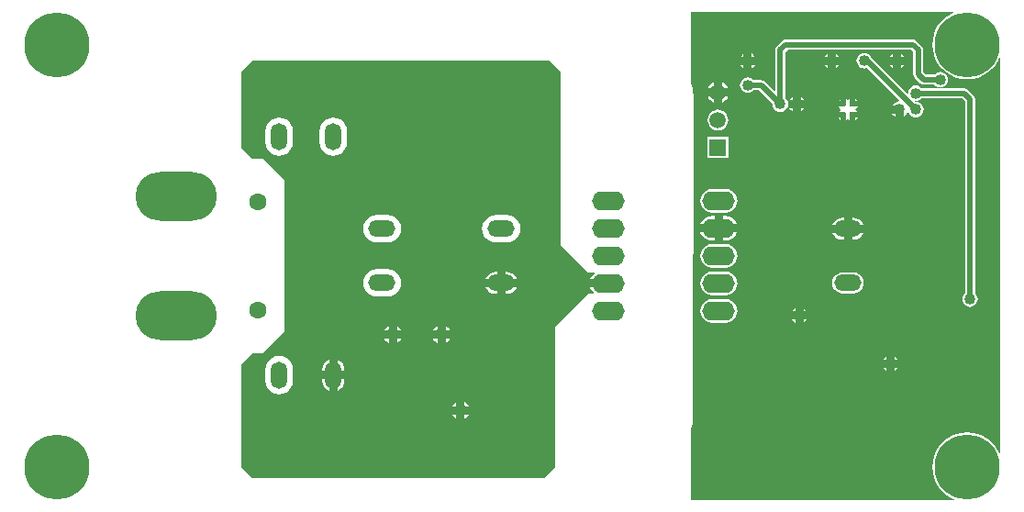
<source format=gbl>
%FSLAX25Y25*%
%MOIN*%
G70*
G01*
G75*
G04 Layer_Physical_Order=2*
G04 Layer_Color=16711680*
%ADD10R,0.02165X0.03150*%
%ADD11R,0.07087X0.04921*%
%ADD12O,0.05315X0.01181*%
%ADD13R,0.06181X0.07402*%
%ADD14R,0.04921X0.07087*%
%ADD15R,0.06496X0.04724*%
%ADD16R,0.02756X0.03150*%
%ADD17R,0.07874X0.07874*%
%ADD18R,0.07874X0.07874*%
%ADD19R,0.06378X0.08583*%
%ADD20O,0.06890X0.03347*%
%ADD21O,0.05709X0.02362*%
%ADD22R,0.09252X0.06299*%
%ADD23C,0.02000*%
%ADD24C,0.01000*%
%ADD25C,0.03000*%
%ADD26C,0.04000*%
%ADD27C,0.05000*%
%ADD28C,0.05906*%
%ADD29R,0.05906X0.05906*%
%ADD30C,0.23622*%
%ADD31O,0.09843X0.05906*%
%ADD32O,0.05906X0.09843*%
%ADD33C,0.06299*%
%ADD34O,0.11811X0.06890*%
%ADD35O,0.29528X0.17716*%
%ADD36C,0.04000*%
%ADD37C,0.02362*%
%ADD38C,0.04724*%
G36*
X337567Y177165D02*
X337606Y176969D01*
X336777Y176626D01*
X335084Y175588D01*
X333575Y174299D01*
X332286Y172790D01*
X331248Y171097D01*
X330489Y169263D01*
X330025Y167333D01*
X329870Y165354D01*
X330025Y163375D01*
X330489Y161445D01*
X331248Y159611D01*
X332286Y157919D01*
X333575Y156409D01*
X335084Y155120D01*
X336777Y154083D01*
X338611Y153323D01*
X340541Y152860D01*
X342520Y152704D01*
X344499Y152860D01*
X346429Y153323D01*
X348263Y154083D01*
X349955Y155120D01*
X351465Y156409D01*
X352754Y157919D01*
X353791Y159611D01*
X354170Y160526D01*
X354366Y160487D01*
X354332Y16761D01*
X354136Y16722D01*
X353791Y17554D01*
X352754Y19247D01*
X351465Y20756D01*
X349955Y22045D01*
X348263Y23082D01*
X346429Y23842D01*
X344499Y24305D01*
X342520Y24461D01*
X340541Y24305D01*
X338611Y23842D01*
X336777Y23082D01*
X335084Y22045D01*
X333575Y20756D01*
X332286Y19247D01*
X331248Y17554D01*
X330489Y15720D01*
X330025Y13790D01*
X329870Y11811D01*
X330025Y9832D01*
X330489Y7902D01*
X331248Y6068D01*
X332286Y4375D01*
X333575Y2866D01*
X335084Y1577D01*
X336777Y540D01*
X337690Y161D01*
X337651Y-35D01*
X242126Y0D01*
Y26071D01*
X242352Y26494D01*
X242375Y26571D01*
X242413Y26641D01*
X242807Y27940D01*
X242815Y28020D01*
X242838Y28097D01*
X242971Y29448D01*
X242967Y29488D01*
X242975Y29528D01*
X242952Y29645D01*
X242942Y29746D01*
X242975Y147638D01*
X242967Y147677D01*
X242971Y147718D01*
X242838Y149068D01*
X242815Y149145D01*
X242807Y149225D01*
X242413Y150524D01*
X242375Y150595D01*
X242352Y150672D01*
X242126Y151094D01*
Y177024D01*
X242267Y177165D01*
X337567Y177165D01*
D02*
G37*
G36*
X190945Y159449D02*
X194882Y155512D01*
Y92520D01*
X204724Y82677D01*
X207036D01*
X207206Y82177D01*
X206653Y81753D01*
X205940Y80824D01*
X205633Y80083D01*
X212283D01*
Y77083D01*
X205633D01*
X205940Y76341D01*
X206653Y75413D01*
X206830Y75277D01*
X206669Y74803D01*
X204724D01*
X202756Y72835D01*
X192913Y62992D01*
X192913Y11811D01*
X188976Y7874D01*
X82677Y7874D01*
X78740Y11811D01*
Y49213D01*
X82677Y53150D01*
X86614Y53150D01*
X94488Y61024D01*
Y116142D01*
X86614Y124016D01*
X82677Y124016D01*
X78740Y127953D01*
X78740Y155512D01*
X82677Y159449D01*
X190945Y159449D01*
D02*
G37*
%LPC*%
G36*
X282996Y69555D02*
Y68429D01*
X284122D01*
X284117Y68442D01*
X283636Y69069D01*
X283009Y69550D01*
X282996Y69555D01*
D02*
G37*
G36*
X279996D02*
X279983Y69550D01*
X279356Y69069D01*
X278876Y68442D01*
X278870Y68429D01*
X279996D01*
Y69555D01*
D02*
G37*
G36*
X131890Y83704D02*
X127953D01*
X126668Y83535D01*
X125471Y83039D01*
X124443Y82250D01*
X123654Y81222D01*
X123158Y80025D01*
X122989Y78740D01*
X123158Y77456D01*
X123654Y76258D01*
X124443Y75230D01*
X125471Y74441D01*
X126668Y73946D01*
X127953Y73777D01*
X131890D01*
X133175Y73946D01*
X134372Y74441D01*
X135400Y75230D01*
X136188Y76258D01*
X136684Y77456D01*
X136854Y78740D01*
X136684Y80025D01*
X136188Y81222D01*
X135400Y82250D01*
X134372Y83039D01*
X133175Y83535D01*
X131890Y83704D01*
D02*
G37*
G36*
X305118Y162273D02*
X304387Y162177D01*
X303706Y161895D01*
X303121Y161446D01*
X302672Y160861D01*
X302390Y160180D01*
X302294Y159449D01*
X302390Y158718D01*
X302672Y158037D01*
X303121Y157452D01*
X303706Y157003D01*
X304387Y156721D01*
X305118Y156625D01*
X305849Y156721D01*
X306122Y156834D01*
X318021Y144935D01*
X317932Y144756D01*
X317913Y144758D01*
X317130Y144655D01*
X316400Y144353D01*
X315774Y143872D01*
X315293Y143245D01*
X315287Y143232D01*
X317913D01*
Y141732D01*
X319413D01*
Y139106D01*
X319426Y139112D01*
X320053Y139593D01*
X320534Y140219D01*
X320836Y140949D01*
X320866Y141177D01*
X321068D01*
X321091Y141001D01*
X321373Y140320D01*
X321822Y139735D01*
X322407Y139286D01*
X323088Y139004D01*
X323819Y138908D01*
X324550Y139004D01*
X325231Y139286D01*
X325816Y139735D01*
X326265Y140320D01*
X326547Y141001D01*
X326643Y141732D01*
X326547Y142463D01*
X326265Y143144D01*
X325816Y143729D01*
X325231Y144178D01*
X324550Y144460D01*
X323819Y144556D01*
X323617Y144530D01*
X323479Y144667D01*
X323568Y144847D01*
X323819Y144814D01*
X324550Y144910D01*
X325231Y145192D01*
X325816Y145641D01*
X325940Y145802D01*
X340775D01*
X341669Y144909D01*
Y74956D01*
X341507Y74832D01*
X341058Y74247D01*
X340776Y73566D01*
X340680Y72835D01*
X340776Y72104D01*
X341058Y71423D01*
X341507Y70838D01*
X342092Y70389D01*
X342773Y70107D01*
X343504Y70011D01*
X344235Y70107D01*
X344916Y70389D01*
X345501Y70838D01*
X345950Y71423D01*
X346232Y72104D01*
X346328Y72835D01*
X346232Y73566D01*
X345950Y74247D01*
X345501Y74832D01*
X345339Y74956D01*
Y145669D01*
X345199Y146372D01*
X345068Y146569D01*
X344802Y146967D01*
X342833Y148935D01*
X342238Y149333D01*
X342121Y149356D01*
X341535Y149473D01*
X325940D01*
X325816Y149635D01*
X325231Y150084D01*
X324550Y150366D01*
X323819Y150462D01*
X323088Y150366D01*
X322407Y150084D01*
X321822Y149635D01*
X321373Y149050D01*
X321091Y148369D01*
X320995Y147638D01*
X321028Y147387D01*
X320848Y147298D01*
X307761Y160386D01*
X307564Y160861D01*
X307115Y161446D01*
X306530Y161895D01*
X305849Y162177D01*
X305118Y162273D01*
D02*
G37*
G36*
X284122Y65429D02*
X282996D01*
Y64303D01*
X283009Y64309D01*
X283636Y64789D01*
X284117Y65416D01*
X284122Y65429D01*
D02*
G37*
G36*
X153075Y63057D02*
Y61539D01*
X154593D01*
X154512Y61735D01*
X153973Y62437D01*
X153270Y62976D01*
X153075Y63057D01*
D02*
G37*
G36*
X150075D02*
X149879Y62976D01*
X149177Y62437D01*
X148638Y61735D01*
X148557Y61539D01*
X150075D01*
Y63057D01*
D02*
G37*
G36*
X279996Y65429D02*
X278870D01*
X278876Y65416D01*
X279356Y64789D01*
X279983Y64309D01*
X279996Y64303D01*
Y65429D01*
D02*
G37*
G36*
X254744Y72864D02*
X249823D01*
X248715Y72718D01*
X247682Y72291D01*
X246795Y71610D01*
X246115Y70723D01*
X245687Y69691D01*
X245541Y68583D01*
X245687Y67475D01*
X246115Y66442D01*
X246795Y65555D01*
X247682Y64875D01*
X248715Y64447D01*
X249823Y64301D01*
X254744D01*
X255852Y64447D01*
X256885Y64875D01*
X257772Y65555D01*
X258452Y66442D01*
X258880Y67475D01*
X259026Y68583D01*
X258880Y69691D01*
X258452Y70723D01*
X257772Y71610D01*
X256885Y72291D01*
X255852Y72718D01*
X254744Y72864D01*
D02*
G37*
G36*
Y92864D02*
X249823D01*
X248715Y92718D01*
X247682Y92291D01*
X246795Y91610D01*
X246115Y90724D01*
X245687Y89691D01*
X245541Y88583D01*
X245687Y87475D01*
X246115Y86442D01*
X246795Y85555D01*
X247682Y84875D01*
X248715Y84447D01*
X249823Y84301D01*
X254744D01*
X255852Y84447D01*
X256885Y84875D01*
X257772Y85555D01*
X258452Y86442D01*
X258880Y87475D01*
X259026Y88583D01*
X258880Y89691D01*
X258452Y90724D01*
X257772Y91610D01*
X256885Y92291D01*
X255852Y92718D01*
X254744Y92864D01*
D02*
G37*
G36*
X175197Y82727D02*
X174728D01*
Y80240D01*
X178854D01*
X178650Y80734D01*
X178016Y81559D01*
X177190Y82193D01*
X176229Y82591D01*
X175197Y82727D01*
D02*
G37*
G36*
Y103389D02*
X171260D01*
X169975Y103220D01*
X168778Y102724D01*
X167750Y101935D01*
X166961Y100907D01*
X166465Y99710D01*
X166296Y98425D01*
X166465Y97141D01*
X166961Y95943D01*
X167750Y94915D01*
X168778Y94126D01*
X169975Y93631D01*
X171260Y93462D01*
X175197D01*
X176482Y93631D01*
X177679Y94126D01*
X178707Y94915D01*
X179496Y95943D01*
X179991Y97141D01*
X180161Y98425D01*
X179991Y99710D01*
X179496Y100907D01*
X178707Y101935D01*
X177679Y102724D01*
X176482Y103220D01*
X175197Y103389D01*
D02*
G37*
G36*
X131890D02*
X127953D01*
X126668Y103220D01*
X125471Y102724D01*
X124443Y101935D01*
X123654Y100907D01*
X123158Y99710D01*
X122989Y98425D01*
X123158Y97141D01*
X123654Y95943D01*
X124443Y94915D01*
X125471Y94126D01*
X126668Y93631D01*
X127953Y93462D01*
X131890D01*
X133175Y93631D01*
X134372Y94126D01*
X135400Y94915D01*
X136188Y95943D01*
X136684Y97141D01*
X136854Y98425D01*
X136684Y99710D01*
X136188Y100907D01*
X135400Y101935D01*
X134372Y102724D01*
X133175Y103220D01*
X131890Y103389D01*
D02*
G37*
G36*
X171728Y82727D02*
X171260D01*
X170228Y82591D01*
X169266Y82193D01*
X168441Y81559D01*
X167807Y80734D01*
X167603Y80240D01*
X171728D01*
Y82727D01*
D02*
G37*
G36*
Y77240D02*
X167603D01*
X167807Y76747D01*
X168441Y75921D01*
X169266Y75287D01*
X170228Y74889D01*
X171260Y74753D01*
X171728D01*
Y77240D01*
D02*
G37*
G36*
X254744Y82864D02*
X249823D01*
X248715Y82718D01*
X247682Y82291D01*
X246795Y81610D01*
X246115Y80724D01*
X245687Y79691D01*
X245541Y78583D01*
X245687Y77475D01*
X246115Y76442D01*
X246795Y75555D01*
X247682Y74875D01*
X248715Y74447D01*
X249823Y74301D01*
X254744D01*
X255852Y74447D01*
X256885Y74875D01*
X257772Y75555D01*
X258452Y76442D01*
X258880Y77475D01*
X259026Y78583D01*
X258880Y79691D01*
X258452Y80724D01*
X257772Y81610D01*
X256885Y82291D01*
X255852Y82718D01*
X254744Y82864D01*
D02*
G37*
G36*
X301181Y82525D02*
X297244D01*
X296264Y82396D01*
X295352Y82018D01*
X294568Y81417D01*
X293966Y80633D01*
X293588Y79720D01*
X293459Y78740D01*
X293588Y77760D01*
X293966Y76848D01*
X294568Y76064D01*
X295352Y75462D01*
X296264Y75084D01*
X297244Y74955D01*
X301181D01*
X302161Y75084D01*
X303074Y75462D01*
X303858Y76064D01*
X304459Y76848D01*
X304837Y77760D01*
X304966Y78740D01*
X304837Y79720D01*
X304459Y80633D01*
X303858Y81417D01*
X303074Y82018D01*
X302161Y82396D01*
X301181Y82525D01*
D02*
G37*
G36*
X178854Y77240D02*
X174728D01*
Y74753D01*
X175197D01*
X176229Y74889D01*
X177190Y75287D01*
X178016Y75921D01*
X178650Y76747D01*
X178854Y77240D01*
D02*
G37*
G36*
X135358Y63057D02*
Y61539D01*
X136876D01*
X136795Y61735D01*
X136256Y62437D01*
X135554Y62976D01*
X135358Y63057D01*
D02*
G37*
G36*
X116192Y43776D02*
X113705D01*
Y39650D01*
X114198Y39854D01*
X115024Y40488D01*
X115657Y41314D01*
X116056Y42275D01*
X116192Y43307D01*
Y43776D01*
D02*
G37*
G36*
X110705D02*
X108218D01*
Y43307D01*
X108354Y42275D01*
X108752Y41314D01*
X109386Y40488D01*
X110211Y39854D01*
X110705Y39650D01*
Y43776D01*
D02*
G37*
G36*
X113705Y50901D02*
Y46776D01*
X116192D01*
Y47244D01*
X116056Y48276D01*
X115657Y49238D01*
X115024Y50063D01*
X114198Y50697D01*
X113705Y50901D01*
D02*
G37*
G36*
X110705D02*
X110211Y50697D01*
X109386Y50063D01*
X108752Y49238D01*
X108354Y48276D01*
X108218Y47244D01*
Y46776D01*
X110705D01*
Y50901D01*
D02*
G37*
G36*
X92520Y52208D02*
X91235Y52039D01*
X90038Y51543D01*
X89010Y50754D01*
X88221Y49726D01*
X87725Y48529D01*
X87556Y47244D01*
Y43307D01*
X87725Y42022D01*
X88221Y40825D01*
X89010Y39797D01*
X90038Y39008D01*
X91235Y38513D01*
X92520Y38343D01*
X93804Y38513D01*
X95002Y39008D01*
X96030Y39797D01*
X96818Y40825D01*
X97314Y42022D01*
X97483Y43307D01*
Y47244D01*
X97314Y48529D01*
X96818Y49726D01*
X96030Y50754D01*
X95002Y51543D01*
X93804Y52039D01*
X92520Y52208D01*
D02*
G37*
G36*
X161483Y30980D02*
X159965D01*
Y29463D01*
X160160Y29544D01*
X160863Y30082D01*
X161401Y30785D01*
X161483Y30980D01*
D02*
G37*
G36*
X156965D02*
X155447D01*
X155528Y30785D01*
X156067Y30082D01*
X156769Y29544D01*
X156965Y29463D01*
Y30980D01*
D02*
G37*
G36*
X159965Y35498D02*
Y33980D01*
X161483D01*
X161401Y34176D01*
X160863Y34878D01*
X160160Y35417D01*
X159965Y35498D01*
D02*
G37*
G36*
X156965D02*
X156769Y35417D01*
X156067Y34878D01*
X155528Y34176D01*
X155447Y33980D01*
X156965D01*
Y35498D01*
D02*
G37*
G36*
X150075Y58539D02*
X148557D01*
X148638Y58344D01*
X149177Y57642D01*
X149879Y57103D01*
X150075Y57021D01*
Y58539D01*
D02*
G37*
G36*
X136876D02*
X135358D01*
Y57021D01*
X135554Y57103D01*
X136256Y57642D01*
X136795Y58344D01*
X136876Y58539D01*
D02*
G37*
G36*
X132358Y63057D02*
X132163Y62976D01*
X131460Y62437D01*
X130921Y61735D01*
X130840Y61539D01*
X132358D01*
Y63057D01*
D02*
G37*
G36*
X154593Y58539D02*
X153075D01*
Y57021D01*
X153270Y57103D01*
X153973Y57642D01*
X154512Y58344D01*
X154593Y58539D01*
D02*
G37*
G36*
X132358D02*
X130840D01*
X130921Y58344D01*
X131460Y57642D01*
X132163Y57103D01*
X132358Y57021D01*
Y58539D01*
D02*
G37*
G36*
X317291Y48008D02*
X316165D01*
Y46882D01*
X316178Y46887D01*
X316805Y47368D01*
X317286Y47995D01*
X317291Y48008D01*
D02*
G37*
G36*
X313165D02*
X312039D01*
X312045Y47995D01*
X312526Y47368D01*
X313152Y46887D01*
X313165Y46882D01*
Y48008D01*
D02*
G37*
G36*
X316165Y52134D02*
Y51008D01*
X317291D01*
X317286Y51021D01*
X316805Y51648D01*
X316178Y52128D01*
X316165Y52134D01*
D02*
G37*
G36*
X313165D02*
X313152Y52128D01*
X312526Y51648D01*
X312045Y51021D01*
X312039Y51008D01*
X313165D01*
Y52134D01*
D02*
G37*
G36*
X250783Y97083D02*
X245633D01*
X245940Y96341D01*
X246653Y95413D01*
X247581Y94700D01*
X248662Y94252D01*
X249823Y94099D01*
X250783D01*
Y97083D01*
D02*
G37*
G36*
X322835Y167190D02*
X276575D01*
X275989Y167073D01*
X275872Y167050D01*
X275277Y166652D01*
X273309Y164683D01*
X272911Y164088D01*
X272888Y163972D01*
X272771Y163386D01*
Y148393D01*
X272586Y148316D01*
X269014Y151888D01*
X268419Y152286D01*
X268302Y152309D01*
X267717Y152426D01*
X264916D01*
X264792Y152587D01*
X264207Y153036D01*
X263526Y153319D01*
X262795Y153415D01*
X262064Y153319D01*
X261383Y153036D01*
X260798Y152587D01*
X260349Y152003D01*
X260067Y151321D01*
X259971Y150591D01*
X260067Y149860D01*
X260349Y149179D01*
X260798Y148594D01*
X261383Y148145D01*
X262064Y147863D01*
X262795Y147766D01*
X263526Y147863D01*
X264207Y148145D01*
X264792Y148594D01*
X264916Y148755D01*
X266956D01*
X271809Y143903D01*
X271782Y143701D01*
X271878Y142970D01*
X272161Y142289D01*
X272609Y141704D01*
X273194Y141255D01*
X273875Y140973D01*
X274606Y140877D01*
X275337Y140973D01*
X276018Y141255D01*
X276603Y141704D01*
X277052Y142289D01*
X277334Y142970D01*
X277357Y143145D01*
X277358D01*
X277431Y143701D01*
X277358Y144256D01*
X277357D01*
X277334Y144432D01*
X277052Y145113D01*
X276603Y145698D01*
X276442Y145822D01*
Y162626D01*
X277335Y163519D01*
X322075D01*
X322968Y162626D01*
Y154528D01*
X323084Y153942D01*
X323108Y153825D01*
X323505Y153230D01*
X325474Y151261D01*
X326069Y150864D01*
X326186Y150840D01*
X326772Y150724D01*
X330556D01*
X330680Y150562D01*
X331265Y150113D01*
X331946Y149831D01*
X332677Y149735D01*
X333408Y149831D01*
X334089Y150113D01*
X334674Y150562D01*
X335123Y151147D01*
X335405Y151828D01*
X335501Y152559D01*
X335405Y153290D01*
X335123Y153971D01*
X334674Y154556D01*
X334089Y155005D01*
X333408Y155287D01*
X332677Y155383D01*
X331946Y155287D01*
X331265Y155005D01*
X330680Y154556D01*
X330556Y154394D01*
X327532D01*
X326638Y155288D01*
Y163386D01*
X326522Y163972D01*
X326499Y164088D01*
X326101Y164683D01*
X324132Y166652D01*
X323537Y167050D01*
X323421Y167073D01*
X322835Y167190D01*
D02*
G37*
G36*
X253468Y151610D02*
Y149453D01*
X255626D01*
X255421Y149946D01*
X254788Y150772D01*
X253962Y151406D01*
X253468Y151610D01*
D02*
G37*
G36*
X295933Y157949D02*
X294807D01*
Y156823D01*
X294820Y156828D01*
X295447Y157309D01*
X295928Y157936D01*
X295933Y157949D01*
D02*
G37*
G36*
X291807D02*
X290681D01*
X290687Y157936D01*
X291167Y157309D01*
X291794Y156828D01*
X291807Y156823D01*
Y157949D01*
D02*
G37*
G36*
X250468Y151610D02*
X249975Y151406D01*
X249149Y150772D01*
X248516Y149946D01*
X248311Y149453D01*
X250468D01*
Y151610D01*
D02*
G37*
G36*
X279012Y146327D02*
X278999Y146321D01*
X278372Y145840D01*
X277891Y145214D01*
X277886Y145201D01*
X279012D01*
Y146327D01*
D02*
G37*
G36*
X301787Y145656D02*
Y144701D01*
X302742D01*
X302360Y145273D01*
X301787Y145656D01*
D02*
G37*
G36*
X299787D02*
X299215Y145273D01*
X299210D01*
X298638Y145656D01*
Y143701D01*
X297638D01*
Y142701D01*
X295683D01*
X296065Y142128D01*
X296508Y141832D01*
Y141632D01*
X296065Y141336D01*
X295683Y140764D01*
X297638D01*
Y139764D01*
X298638D01*
Y137809D01*
X299210Y138191D01*
X299215D01*
X299787Y137809D01*
Y139764D01*
X300787D01*
Y140764D01*
X302742D01*
X302360Y141336D01*
X301917Y141632D01*
Y141832D01*
X302360Y142128D01*
X302742Y142701D01*
X300787D01*
Y143701D01*
X299787D01*
Y145656D01*
D02*
G37*
G36*
X282012Y146327D02*
Y145201D01*
X283138D01*
X283132Y145214D01*
X282651Y145840D01*
X282025Y146321D01*
X282012Y146327D01*
D02*
G37*
G36*
X315429Y157949D02*
X314303D01*
X314309Y157936D01*
X314790Y157309D01*
X315416Y156828D01*
X315429Y156823D01*
Y157949D01*
D02*
G37*
G36*
X294807Y162075D02*
Y160949D01*
X295933D01*
X295928Y160962D01*
X295447Y161588D01*
X294820Y162069D01*
X294807Y162075D01*
D02*
G37*
G36*
X291807D02*
X291794Y162069D01*
X291167Y161588D01*
X290687Y160962D01*
X290681Y160949D01*
X291807D01*
Y162075D01*
D02*
G37*
G36*
X318429D02*
Y160949D01*
X319555D01*
X319550Y160962D01*
X319069Y161588D01*
X318442Y162069D01*
X318429Y162075D01*
D02*
G37*
G36*
X315429D02*
X315416Y162069D01*
X314790Y161588D01*
X314309Y160962D01*
X314303Y160949D01*
X315429D01*
Y162075D01*
D02*
G37*
G36*
X264295D02*
Y160949D01*
X265421D01*
X265416Y160962D01*
X264935Y161588D01*
X264308Y162069D01*
X264295Y162075D01*
D02*
G37*
G36*
X261295Y157949D02*
X260169D01*
X260175Y157936D01*
X260656Y157309D01*
X261282Y156828D01*
X261295Y156823D01*
Y157949D01*
D02*
G37*
G36*
X319555D02*
X318429D01*
Y156823D01*
X318442Y156828D01*
X319069Y157309D01*
X319550Y157936D01*
X319555Y157949D01*
D02*
G37*
G36*
X261295Y162075D02*
X261282Y162069D01*
X260656Y161588D01*
X260175Y160962D01*
X260169Y160949D01*
X261295D01*
Y162075D01*
D02*
G37*
G36*
X265421Y157949D02*
X264295D01*
Y156823D01*
X264308Y156828D01*
X264935Y157309D01*
X265416Y157936D01*
X265421Y157949D01*
D02*
G37*
G36*
X296638Y145656D02*
X296065Y145273D01*
X295683Y144701D01*
X296638D01*
Y145656D01*
D02*
G37*
G36*
X254744Y103066D02*
X253783D01*
Y100083D01*
X258934D01*
X258627Y100824D01*
X257914Y101753D01*
X256986Y102465D01*
X255904Y102913D01*
X254744Y103066D01*
D02*
G37*
G36*
X250783D02*
X249823D01*
X248662Y102913D01*
X247581Y102465D01*
X246653Y101753D01*
X245940Y100824D01*
X245633Y100083D01*
X250783D01*
Y103066D01*
D02*
G37*
G36*
X255721Y131705D02*
X248216D01*
Y124200D01*
X255721D01*
Y131705D01*
D02*
G37*
G36*
X254744Y112864D02*
X249823D01*
X248715Y112718D01*
X247682Y112291D01*
X246795Y111610D01*
X246115Y110723D01*
X245687Y109691D01*
X245541Y108583D01*
X245687Y107475D01*
X246115Y106442D01*
X246795Y105555D01*
X247682Y104875D01*
X248715Y104447D01*
X249823Y104301D01*
X254744D01*
X255852Y104447D01*
X256885Y104875D01*
X257772Y105555D01*
X258452Y106442D01*
X258880Y107475D01*
X259026Y108583D01*
X258880Y109691D01*
X258452Y110723D01*
X257772Y111610D01*
X256885Y112291D01*
X255852Y112718D01*
X254744Y112864D01*
D02*
G37*
G36*
X301181Y102412D02*
X300713D01*
Y99925D01*
X304838D01*
X304634Y100419D01*
X304000Y101244D01*
X303174Y101878D01*
X302213Y102276D01*
X301181Y102412D01*
D02*
G37*
G36*
X297713Y96925D02*
X293587D01*
X293791Y96432D01*
X294425Y95606D01*
X295251Y94972D01*
X296212Y94574D01*
X297244Y94438D01*
X297713D01*
Y96925D01*
D02*
G37*
G36*
X258934Y97083D02*
X253783D01*
Y94099D01*
X254744D01*
X255904Y94252D01*
X256986Y94700D01*
X257914Y95413D01*
X258627Y96341D01*
X258934Y97083D01*
D02*
G37*
G36*
X297713Y102412D02*
X297244D01*
X296212Y102276D01*
X295251Y101878D01*
X294425Y101244D01*
X293791Y100419D01*
X293587Y99925D01*
X297713D01*
Y102412D01*
D02*
G37*
G36*
X304838Y96925D02*
X300713D01*
Y94438D01*
X301181D01*
X302213Y94574D01*
X303174Y94972D01*
X304000Y95606D01*
X304634Y96432D01*
X304838Y96925D01*
D02*
G37*
G36*
X92520Y138822D02*
X91235Y138653D01*
X90038Y138157D01*
X89010Y137368D01*
X88221Y136340D01*
X87725Y135143D01*
X87556Y133858D01*
Y129921D01*
X87725Y128637D01*
X88221Y127439D01*
X89010Y126411D01*
X90038Y125623D01*
X91235Y125127D01*
X92520Y124958D01*
X93804Y125127D01*
X95002Y125623D01*
X96030Y126411D01*
X96818Y127439D01*
X97314Y128637D01*
X97483Y129921D01*
Y133858D01*
X97314Y135143D01*
X96818Y136340D01*
X96030Y137368D01*
X95002Y138157D01*
X93804Y138653D01*
X92520Y138822D01*
D02*
G37*
G36*
X283138Y142201D02*
X282012D01*
Y141075D01*
X282025Y141080D01*
X282651Y141561D01*
X283132Y142188D01*
X283138Y142201D01*
D02*
G37*
G36*
X279012D02*
X277886D01*
X277891Y142188D01*
X278372Y141561D01*
X278999Y141080D01*
X279012Y141075D01*
Y142201D01*
D02*
G37*
G36*
X255626Y146453D02*
X253468D01*
Y144296D01*
X253962Y144500D01*
X254788Y145134D01*
X255421Y145959D01*
X255626Y146453D01*
D02*
G37*
G36*
X250468D02*
X248311D01*
X248516Y145959D01*
X249149Y145134D01*
X249975Y144500D01*
X250468Y144296D01*
Y146453D01*
D02*
G37*
G36*
X316413Y140232D02*
X315287D01*
X315293Y140219D01*
X315774Y139593D01*
X316400Y139112D01*
X316413Y139106D01*
Y140232D01*
D02*
G37*
G36*
X251969Y141738D02*
X250989Y141609D01*
X250076Y141231D01*
X249292Y140629D01*
X248691Y139845D01*
X248312Y138932D01*
X248183Y137953D01*
X248312Y136973D01*
X248691Y136060D01*
X249292Y135276D01*
X250076Y134675D01*
X250989Y134297D01*
X251969Y134168D01*
X252948Y134297D01*
X253861Y134675D01*
X254645Y135276D01*
X255246Y136060D01*
X255625Y136973D01*
X255754Y137953D01*
X255625Y138932D01*
X255246Y139845D01*
X254645Y140629D01*
X253861Y141231D01*
X252948Y141609D01*
X251969Y141738D01*
D02*
G37*
G36*
X112205Y138822D02*
X110920Y138653D01*
X109723Y138157D01*
X108695Y137368D01*
X107906Y136340D01*
X107410Y135143D01*
X107241Y133858D01*
Y129921D01*
X107410Y128637D01*
X107906Y127439D01*
X108695Y126411D01*
X109723Y125623D01*
X110920Y125127D01*
X112205Y124958D01*
X113489Y125127D01*
X114687Y125623D01*
X115715Y126411D01*
X116503Y127439D01*
X116999Y128637D01*
X117168Y129921D01*
Y133858D01*
X116999Y135143D01*
X116503Y136340D01*
X115715Y137368D01*
X114687Y138157D01*
X113489Y138653D01*
X112205Y138822D01*
D02*
G37*
G36*
X302742Y138764D02*
X301787D01*
Y137809D01*
X302360Y138191D01*
X302742Y138764D01*
D02*
G37*
G36*
X296638D02*
X295683D01*
X296065Y138191D01*
X296638Y137809D01*
Y138764D01*
D02*
G37*
%LPD*%
D23*
X326772Y152559D02*
X332677D01*
X324803Y154528D02*
X326772Y152559D01*
X267717Y150591D02*
X274606Y143701D01*
X262795Y150591D02*
X267717D01*
X324803Y154528D02*
Y163386D01*
X322835Y165354D02*
X324803Y163386D01*
X276575Y165354D02*
X322835D01*
X274606Y163386D02*
X276575Y165354D01*
X274606Y143701D02*
Y163386D01*
X343504Y72835D02*
Y145669D01*
X341535Y147638D02*
X343504Y145669D01*
X323819Y147638D02*
X341535D01*
X306102Y159449D02*
X323819Y141732D01*
X305118Y159449D02*
X306102D01*
D28*
X251969Y147953D02*
D03*
Y137953D02*
D03*
D29*
Y127953D02*
D03*
D30*
X342520Y11811D02*
D03*
X11811D02*
D03*
Y165354D02*
D03*
X342520D02*
D03*
D31*
X299213Y98425D02*
D03*
Y78740D02*
D03*
X129921Y78740D02*
D03*
Y98425D02*
D03*
X173228Y78740D02*
D03*
Y98425D02*
D03*
D32*
X112205Y45276D02*
D03*
X92520D02*
D03*
Y131890D02*
D03*
X112205D02*
D03*
D33*
X84646Y68898D02*
D03*
Y108268D02*
D03*
D34*
X252284Y68583D02*
D03*
Y78583D02*
D03*
Y88583D02*
D03*
Y98583D02*
D03*
Y108583D02*
D03*
X212283Y68583D02*
D03*
Y78583D02*
D03*
Y88583D02*
D03*
Y98583D02*
D03*
Y108583D02*
D03*
D35*
X55118Y66929D02*
D03*
Y110236D02*
D03*
D36*
X332677Y152559D02*
D03*
X314665Y49508D02*
D03*
X281496Y66929D02*
D03*
X293307Y159449D02*
D03*
X323819Y147638D02*
D03*
Y141732D02*
D03*
X317913D02*
D03*
X316929Y159449D02*
D03*
X305118D02*
D03*
X262795Y150591D02*
D03*
X274606Y143701D02*
D03*
X262795Y159449D02*
D03*
X343504Y72835D02*
D03*
X280512Y143701D02*
D03*
D37*
X297638Y139764D02*
D03*
X300787D02*
D03*
X297638Y143701D02*
D03*
X300787D02*
D03*
D38*
X151575Y60039D02*
D03*
X158465Y32480D02*
D03*
X133858Y60039D02*
D03*
M02*

</source>
